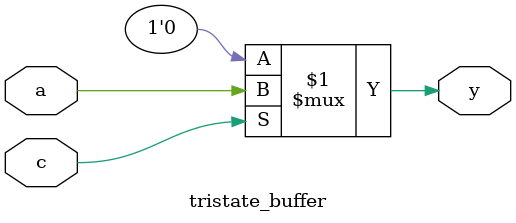
<source format=sv>
module tristate_buffer(a,c,y);
	input bit a,c;
	output bit y;
	assign y= c ? a : 1'b0;	
endmodule
</source>
